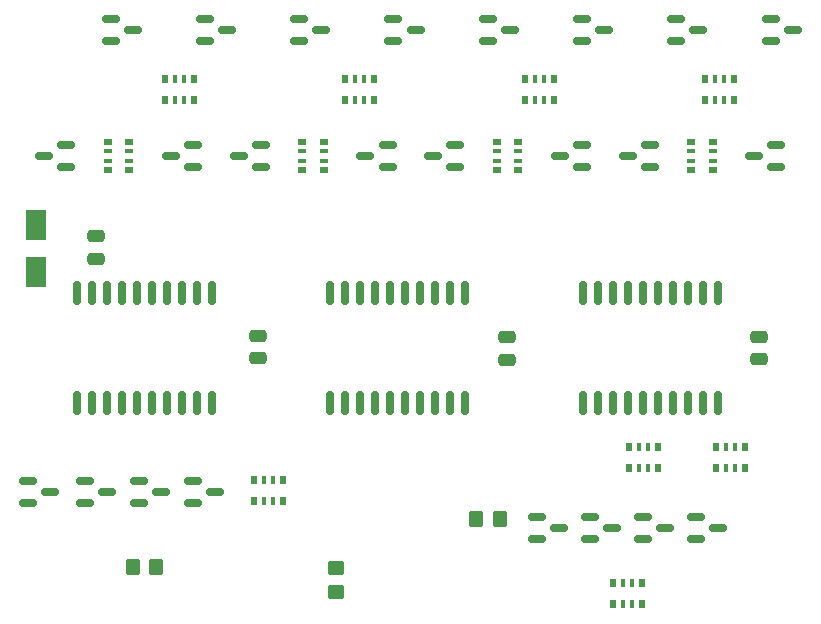
<source format=gbr>
%TF.GenerationSoftware,KiCad,Pcbnew,7.0.10*%
%TF.CreationDate,2024-03-08T14:18:15+01:00*%
%TF.ProjectId,pico-sst39sf0x0-pcb,7069636f-2d73-4737-9433-397366307830,rev?*%
%TF.SameCoordinates,Original*%
%TF.FileFunction,Paste,Bot*%
%TF.FilePolarity,Positive*%
%FSLAX46Y46*%
G04 Gerber Fmt 4.6, Leading zero omitted, Abs format (unit mm)*
G04 Created by KiCad (PCBNEW 7.0.10) date 2024-03-08 14:18:15*
%MOMM*%
%LPD*%
G01*
G04 APERTURE LIST*
G04 Aperture macros list*
%AMRoundRect*
0 Rectangle with rounded corners*
0 $1 Rounding radius*
0 $2 $3 $4 $5 $6 $7 $8 $9 X,Y pos of 4 corners*
0 Add a 4 corners polygon primitive as box body*
4,1,4,$2,$3,$4,$5,$6,$7,$8,$9,$2,$3,0*
0 Add four circle primitives for the rounded corners*
1,1,$1+$1,$2,$3*
1,1,$1+$1,$4,$5*
1,1,$1+$1,$6,$7*
1,1,$1+$1,$8,$9*
0 Add four rect primitives between the rounded corners*
20,1,$1+$1,$2,$3,$4,$5,0*
20,1,$1+$1,$4,$5,$6,$7,0*
20,1,$1+$1,$6,$7,$8,$9,0*
20,1,$1+$1,$8,$9,$2,$3,0*%
G04 Aperture macros list end*
%ADD10RoundRect,0.250000X-0.350000X-0.450000X0.350000X-0.450000X0.350000X0.450000X-0.350000X0.450000X0*%
%ADD11RoundRect,0.250000X0.450000X-0.350000X0.450000X0.350000X-0.450000X0.350000X-0.450000X-0.350000X0*%
%ADD12RoundRect,0.150000X0.587500X0.150000X-0.587500X0.150000X-0.587500X-0.150000X0.587500X-0.150000X0*%
%ADD13RoundRect,0.150000X-0.587500X-0.150000X0.587500X-0.150000X0.587500X0.150000X-0.587500X0.150000X0*%
%ADD14R,0.500000X0.800000*%
%ADD15R,0.400000X0.800000*%
%ADD16RoundRect,0.250000X-0.475000X0.250000X-0.475000X-0.250000X0.475000X-0.250000X0.475000X0.250000X0*%
%ADD17R,1.800000X2.500000*%
%ADD18R,0.800000X0.500000*%
%ADD19R,0.800000X0.400000*%
%ADD20RoundRect,0.150000X0.150000X-0.875000X0.150000X0.875000X-0.150000X0.875000X-0.150000X-0.875000X0*%
%ADD21RoundRect,0.250000X0.475000X-0.250000X0.475000X0.250000X-0.475000X0.250000X-0.475000X-0.250000X0*%
G04 APERTURE END LIST*
D10*
%TO.C,R3*%
X54515000Y-81026000D03*
X56515000Y-81026000D03*
%TD*%
D11*
%TO.C,R2*%
X42672000Y-87233000D03*
X42672000Y-85233000D03*
%TD*%
D12*
%TO.C,Q21*%
X69202500Y-49342000D03*
X69202500Y-51242000D03*
X67327500Y-50292000D03*
%TD*%
D13*
%TO.C,Q6*%
X31538200Y-40574000D03*
X31538200Y-38674000D03*
X33413200Y-39624000D03*
%TD*%
%TO.C,Q12*%
X47503900Y-40574000D03*
X47503900Y-38674000D03*
X49378900Y-39624000D03*
%TD*%
%TO.C,Q4*%
X59683800Y-82738000D03*
X59683800Y-80838000D03*
X61558800Y-81788000D03*
%TD*%
D14*
%TO.C,RN6*%
X69888000Y-76708000D03*
D15*
X69088000Y-76708000D03*
X68288000Y-76708000D03*
D14*
X67488000Y-76708000D03*
X67488000Y-74908000D03*
D15*
X68288000Y-74908000D03*
X69088000Y-74908000D03*
D14*
X69888000Y-74908000D03*
%TD*%
D16*
%TO.C,C4*%
X78486000Y-65598000D03*
X78486000Y-67498000D03*
%TD*%
D10*
%TO.C,R1*%
X25432000Y-85090000D03*
X27432000Y-85090000D03*
%TD*%
D13*
%TO.C,Q5*%
X23555400Y-40574000D03*
X23555400Y-38674000D03*
X25430400Y-39624000D03*
%TD*%
D14*
%TO.C,RN5*%
X43431500Y-43804000D03*
D15*
X44231500Y-43804000D03*
X45031500Y-43804000D03*
D14*
X45831500Y-43804000D03*
X45831500Y-45604000D03*
D15*
X45031500Y-45604000D03*
X44231500Y-45604000D03*
D14*
X43431500Y-45604000D03*
%TD*%
D12*
%TO.C,Q15*%
X36275500Y-49342000D03*
X36275500Y-51242000D03*
X34400500Y-50292000D03*
%TD*%
D16*
%TO.C,C3*%
X57150000Y-65664000D03*
X57150000Y-67564000D03*
%TD*%
D17*
%TO.C,D1*%
X17272000Y-60166000D03*
X17272000Y-56166000D03*
%TD*%
D18*
%TO.C,RN10*%
X56266000Y-51492000D03*
D19*
X56266000Y-50692000D03*
X56266000Y-49892000D03*
D18*
X56266000Y-49092000D03*
X58066000Y-49092000D03*
D19*
X58066000Y-49892000D03*
X58066000Y-50692000D03*
D18*
X58066000Y-51492000D03*
%TD*%
D13*
%TO.C,Q18*%
X63469700Y-40574000D03*
X63469700Y-38674000D03*
X65344700Y-39624000D03*
%TD*%
D18*
%TO.C,RN9*%
X39802500Y-51492000D03*
D19*
X39802500Y-50692000D03*
X39802500Y-49892000D03*
D18*
X39802500Y-49092000D03*
X41602500Y-49092000D03*
D19*
X41602500Y-49892000D03*
X41602500Y-50692000D03*
D18*
X41602500Y-51492000D03*
%TD*%
D13*
%TO.C,Q2*%
X68658500Y-82738000D03*
X68658500Y-80838000D03*
X70533500Y-81788000D03*
%TD*%
D12*
%TO.C,Q14*%
X30541000Y-49342000D03*
X30541000Y-51242000D03*
X28666000Y-50292000D03*
%TD*%
%TO.C,Q19*%
X52739000Y-49342000D03*
X52739000Y-51242000D03*
X50864000Y-50292000D03*
%TD*%
D13*
%TO.C,Q1*%
X73145800Y-82738000D03*
X73145800Y-80838000D03*
X75020800Y-81788000D03*
%TD*%
D14*
%TO.C,RN2*%
X28191500Y-43804000D03*
D15*
X28991500Y-43804000D03*
X29791500Y-43804000D03*
D14*
X30591500Y-43804000D03*
X30591500Y-45604000D03*
D15*
X29791500Y-45604000D03*
X28991500Y-45604000D03*
D14*
X28191500Y-45604000D03*
%TD*%
%TO.C,RN1*%
X68510000Y-88276000D03*
D15*
X67710000Y-88276000D03*
X66910000Y-88276000D03*
D14*
X66110000Y-88276000D03*
X66110000Y-86476000D03*
D15*
X66910000Y-86476000D03*
X67710000Y-86476000D03*
D14*
X68510000Y-86476000D03*
%TD*%
D13*
%TO.C,Q9*%
X21414500Y-79690000D03*
X21414500Y-77790000D03*
X23289500Y-78740000D03*
%TD*%
D20*
%TO.C,U4*%
X75006200Y-71198000D03*
X73736200Y-71198000D03*
X72466200Y-71198000D03*
X71196200Y-71198000D03*
X69926200Y-71198000D03*
X68656200Y-71198000D03*
X67386200Y-71198000D03*
X66116200Y-71198000D03*
X64846200Y-71198000D03*
X63576200Y-71198000D03*
X63576200Y-61898000D03*
X64846200Y-61898000D03*
X66116200Y-61898000D03*
X67386200Y-61898000D03*
X68656200Y-61898000D03*
X69926200Y-61898000D03*
X71196200Y-61898000D03*
X72466200Y-61898000D03*
X73736200Y-61898000D03*
X75006200Y-61898000D03*
%TD*%
D12*
%TO.C,Q22*%
X79931500Y-49342000D03*
X79931500Y-51242000D03*
X78056500Y-50292000D03*
%TD*%
D13*
%TO.C,Q23*%
X71452500Y-40574000D03*
X71452500Y-38674000D03*
X73327500Y-39624000D03*
%TD*%
D21*
%TO.C,C1*%
X22352000Y-59012500D03*
X22352000Y-57112500D03*
%TD*%
D18*
%TO.C,RN7*%
X23339000Y-51492000D03*
D19*
X23339000Y-50692000D03*
X23339000Y-49892000D03*
D18*
X23339000Y-49092000D03*
X25139000Y-49092000D03*
D19*
X25139000Y-49892000D03*
X25139000Y-50692000D03*
D18*
X25139000Y-51492000D03*
%TD*%
D20*
%TO.C,U3*%
X32131000Y-71198000D03*
X30861000Y-71198000D03*
X29591000Y-71198000D03*
X28321000Y-71198000D03*
X27051000Y-71198000D03*
X25781000Y-71198000D03*
X24511000Y-71198000D03*
X23241000Y-71198000D03*
X21971000Y-71198000D03*
X20701000Y-71198000D03*
X20701000Y-61898000D03*
X21971000Y-61898000D03*
X23241000Y-61898000D03*
X24511000Y-61898000D03*
X25781000Y-61898000D03*
X27051000Y-61898000D03*
X28321000Y-61898000D03*
X29591000Y-61898000D03*
X30861000Y-61898000D03*
X32131000Y-61898000D03*
%TD*%
D16*
%TO.C,C2*%
X36068000Y-65532000D03*
X36068000Y-67432000D03*
%TD*%
D13*
%TO.C,Q10*%
X16588500Y-79690000D03*
X16588500Y-77790000D03*
X18463500Y-78740000D03*
%TD*%
%TO.C,Q24*%
X79435400Y-40574000D03*
X79435400Y-38674000D03*
X81310400Y-39624000D03*
%TD*%
%TO.C,Q17*%
X55486800Y-40574000D03*
X55486800Y-38674000D03*
X57361800Y-39624000D03*
%TD*%
D12*
%TO.C,Q13*%
X19812000Y-49342000D03*
X19812000Y-51242000D03*
X17937000Y-50292000D03*
%TD*%
D14*
%TO.C,RN8*%
X58671500Y-43804000D03*
D15*
X59471500Y-43804000D03*
X60271500Y-43804000D03*
D14*
X61071500Y-43804000D03*
X61071500Y-45604000D03*
D15*
X60271500Y-45604000D03*
X59471500Y-45604000D03*
D14*
X58671500Y-45604000D03*
%TD*%
D13*
%TO.C,Q3*%
X64171200Y-82738000D03*
X64171200Y-80838000D03*
X66046200Y-81788000D03*
%TD*%
%TO.C,Q11*%
X39521100Y-40574000D03*
X39521100Y-38674000D03*
X41396100Y-39624000D03*
%TD*%
D12*
%TO.C,Q16*%
X47004500Y-49342000D03*
X47004500Y-51242000D03*
X45129500Y-50292000D03*
%TD*%
D18*
%TO.C,RN12*%
X72729500Y-51492000D03*
D19*
X72729500Y-50692000D03*
X72729500Y-49892000D03*
D18*
X72729500Y-49092000D03*
X74529500Y-49092000D03*
D19*
X74529500Y-49892000D03*
X74529500Y-50692000D03*
D18*
X74529500Y-51492000D03*
%TD*%
D13*
%TO.C,Q7*%
X30558500Y-79690000D03*
X30558500Y-77790000D03*
X32433500Y-78740000D03*
%TD*%
D20*
%TO.C,U1*%
X53568600Y-71198000D03*
X52298600Y-71198000D03*
X51028600Y-71198000D03*
X49758600Y-71198000D03*
X48488600Y-71198000D03*
X47218600Y-71198000D03*
X45948600Y-71198000D03*
X44678600Y-71198000D03*
X43408600Y-71198000D03*
X42138600Y-71198000D03*
X42138600Y-61898000D03*
X43408600Y-61898000D03*
X44678600Y-61898000D03*
X45948600Y-61898000D03*
X47218600Y-61898000D03*
X48488600Y-61898000D03*
X49758600Y-61898000D03*
X51028600Y-61898000D03*
X52298600Y-61898000D03*
X53568600Y-61898000D03*
%TD*%
D14*
%TO.C,RN11*%
X73911500Y-43804000D03*
D15*
X74711500Y-43804000D03*
X75511500Y-43804000D03*
D14*
X76311500Y-43804000D03*
X76311500Y-45604000D03*
D15*
X75511500Y-45604000D03*
X74711500Y-45604000D03*
D14*
X73911500Y-45604000D03*
%TD*%
%TO.C,RN4*%
X38138000Y-79524000D03*
D15*
X37338000Y-79524000D03*
X36538000Y-79524000D03*
D14*
X35738000Y-79524000D03*
X35738000Y-77724000D03*
D15*
X36538000Y-77724000D03*
X37338000Y-77724000D03*
D14*
X38138000Y-77724000D03*
%TD*%
D12*
%TO.C,Q20*%
X63468000Y-49342000D03*
X63468000Y-51242000D03*
X61593000Y-50292000D03*
%TD*%
D14*
%TO.C,RN3*%
X77254000Y-76708000D03*
D15*
X76454000Y-76708000D03*
X75654000Y-76708000D03*
D14*
X74854000Y-76708000D03*
X74854000Y-74908000D03*
D15*
X75654000Y-74908000D03*
X76454000Y-74908000D03*
D14*
X77254000Y-74908000D03*
%TD*%
D13*
%TO.C,Q8*%
X25986500Y-79690000D03*
X25986500Y-77790000D03*
X27861500Y-78740000D03*
%TD*%
M02*

</source>
